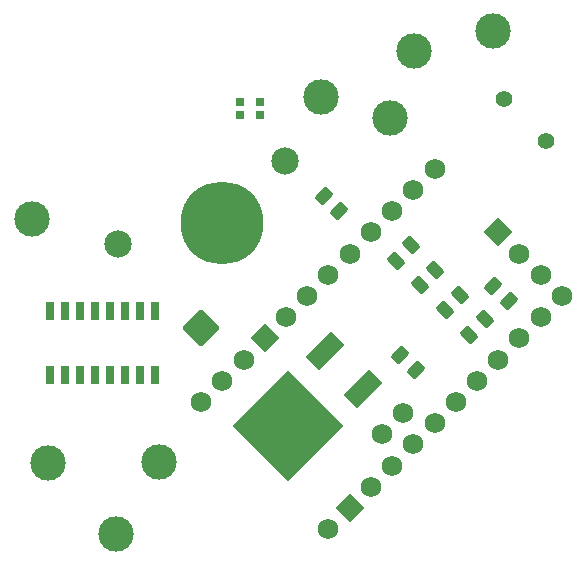
<source format=gbr>
%TF.GenerationSoftware,KiCad,Pcbnew,7.0.6*%
%TF.CreationDate,2024-08-01T17:58:24-04:00*%
%TF.ProjectId,Arduino_Motor_Shield,41726475-696e-46f5-9f4d-6f746f725f53,rev?*%
%TF.SameCoordinates,Original*%
%TF.FileFunction,Soldermask,Top*%
%TF.FilePolarity,Negative*%
%FSLAX46Y46*%
G04 Gerber Fmt 4.6, Leading zero omitted, Abs format (unit mm)*
G04 Created by KiCad (PCBNEW 7.0.6) date 2024-08-01 17:58:24*
%MOMM*%
%LPD*%
G01*
G04 APERTURE LIST*
G04 Aperture macros list*
%AMRoundRect*
0 Rectangle with rounded corners*
0 $1 Rounding radius*
0 $2 $3 $4 $5 $6 $7 $8 $9 X,Y pos of 4 corners*
0 Add a 4 corners polygon primitive as box body*
4,1,4,$2,$3,$4,$5,$6,$7,$8,$9,$2,$3,0*
0 Add four circle primitives for the rounded corners*
1,1,$1+$1,$2,$3*
1,1,$1+$1,$4,$5*
1,1,$1+$1,$6,$7*
1,1,$1+$1,$8,$9*
0 Add four rect primitives between the rounded corners*
20,1,$1+$1,$2,$3,$4,$5,0*
20,1,$1+$1,$4,$5,$6,$7,0*
20,1,$1+$1,$6,$7,$8,$9,0*
20,1,$1+$1,$8,$9,$2,$3,0*%
%AMHorizOval*
0 Thick line with rounded ends*
0 $1 width*
0 $2 $3 position (X,Y) of the first rounded end (center of the circle)*
0 $4 $5 position (X,Y) of the second rounded end (center of the circle)*
0 Add line between two ends*
20,1,$1,$2,$3,$4,$5,0*
0 Add two circle primitives to create the rounded ends*
1,1,$1,$2,$3*
1,1,$1,$4,$5*%
%AMRotRect*
0 Rectangle, with rotation*
0 The origin of the aperture is its center*
0 $1 length*
0 $2 width*
0 $3 Rotation angle, in degrees counterclockwise*
0 Add horizontal line*
21,1,$1,$2,0,0,$3*%
G04 Aperture macros list end*
%ADD10C,3.000000*%
%ADD11RoundRect,0.250000X0.132583X-0.503814X0.503814X-0.132583X-0.132583X0.503814X-0.503814X0.132583X0*%
%ADD12RoundRect,0.250000X-0.503814X-0.132583X-0.132583X-0.503814X0.503814X0.132583X0.132583X0.503814X0*%
%ADD13C,1.400000*%
%ADD14HorizOval,1.400000X0.000000X0.000000X0.000000X0.000000X0*%
%ADD15RoundRect,0.250000X-0.132583X0.503814X-0.503814X0.132583X0.132583X-0.503814X0.503814X-0.132583X0*%
%ADD16R,0.650000X1.525000*%
%ADD17RotRect,1.600000X3.000000X135.000000*%
%ADD18RotRect,6.700000X6.700000X225.000000*%
%ADD19RoundRect,0.250000X0.503814X0.132583X0.132583X0.503814X-0.503814X-0.132583X-0.132583X-0.503814X0*%
%ADD20R,0.800000X0.700000*%
%ADD21C,1.727200*%
%ADD22RotRect,1.727200X1.727200X315.000000*%
%ADD23C,7.000000*%
%ADD24RoundRect,0.102000X1.484924X0.000000X0.000000X1.484924X-1.484924X0.000000X0.000000X-1.484924X0*%
%ADD25C,2.304000*%
G04 APERTURE END LIST*
D10*
%TO.C,H2*%
X121793000Y-78539500D03*
%TD*%
D11*
%TO.C,R4*%
X156770565Y-86199505D03*
X158061035Y-84909035D03*
%TD*%
D12*
%TO.C,R9*%
X153014530Y-90022530D03*
X154305000Y-91313000D03*
%TD*%
D13*
%TO.C,R6*%
X165372051Y-71900051D03*
D14*
X161779949Y-68307949D03*
%TD*%
D15*
%TO.C,R2*%
X153889105Y-80737105D03*
X152598635Y-82027575D03*
%TD*%
D10*
%TO.C,H1*%
X128905000Y-105156000D03*
%TD*%
%TO.C,H6*%
X152146000Y-69977000D03*
%TD*%
%TO.C,H7*%
X146304000Y-68199000D03*
%TD*%
D16*
%TO.C,IC1*%
X123316999Y-91739001D03*
X124586999Y-91739001D03*
X125856999Y-91739001D03*
X127126999Y-91739001D03*
X128396999Y-91739001D03*
X129666999Y-91739001D03*
X130936999Y-91739001D03*
X132206999Y-91739001D03*
X132206999Y-86315001D03*
X130936999Y-86315001D03*
X129666999Y-86315001D03*
X128396999Y-86315001D03*
X127126999Y-86315001D03*
X125856999Y-86315001D03*
X124586999Y-86315001D03*
X123316999Y-86315001D03*
%TD*%
D10*
%TO.C,H4*%
X132587998Y-99060000D03*
%TD*%
D15*
%TO.C,R3*%
X155975070Y-82823070D03*
X154684600Y-84113540D03*
%TD*%
D12*
%TO.C,R8*%
X160888530Y-84180530D03*
X162179000Y-85471000D03*
%TD*%
D10*
%TO.C,H5*%
X160875421Y-62614618D03*
%TD*%
%TO.C,H3*%
X123189998Y-99186998D03*
%TD*%
D17*
%TO.C,IC2*%
X149838606Y-92936086D03*
D18*
X143510000Y-96012000D03*
D17*
X146585914Y-89683394D03*
%TD*%
D11*
%TO.C,R5*%
X158856530Y-88285470D03*
X160147000Y-86995000D03*
%TD*%
D19*
%TO.C,R7*%
X147828000Y-77851000D03*
X146537530Y-76560530D03*
%TD*%
D10*
%TO.C,H8*%
X154178000Y-64262000D03*
%TD*%
D20*
%TO.C,LED1*%
X141097000Y-69723000D03*
X139397000Y-69723000D03*
X139397000Y-68623000D03*
X141097000Y-68623000D03*
%TD*%
D21*
%TO.C,A1*%
X159493949Y-92201358D03*
X157697898Y-93997409D03*
X155901847Y-95793461D03*
X154105795Y-97589512D03*
X153207770Y-94895435D03*
X151411719Y-96691486D03*
X163086052Y-81425051D03*
X164882103Y-83221102D03*
X137941334Y-92201358D03*
X136145283Y-93997409D03*
X143329488Y-86813205D03*
X145125539Y-85017153D03*
X146921591Y-83221102D03*
X148717642Y-81425051D03*
X150513693Y-79629000D03*
X152309744Y-77832948D03*
X154105795Y-76036897D03*
X155901847Y-74240846D03*
X166678154Y-85017153D03*
X164882103Y-86813205D03*
X163086052Y-88609256D03*
X161290000Y-90405307D03*
D22*
X141533437Y-88609256D03*
X148717642Y-102977666D03*
X161290000Y-79629000D03*
D21*
X146921591Y-104773717D03*
X139737386Y-90405307D03*
X150513693Y-101181614D03*
X152309744Y-99385563D03*
%TD*%
D23*
%TO.C,R1*%
X137922000Y-78867000D03*
D24*
X136154233Y-87705835D03*
D25*
X129083165Y-80634767D03*
X143225301Y-73563699D03*
%TD*%
M02*

</source>
